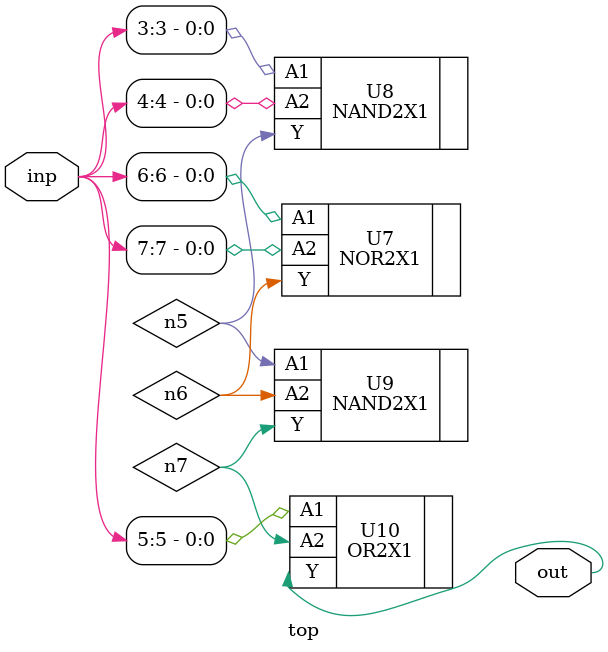
<source format=sv>


module top ( inp, out );
  input [7:0] inp;
  output out;
  wire   n5, n6, n7;

  NOR2X1 U7 ( .A1(inp[6]), .A2(inp[7]), .Y(n6) );
  NAND2X1 U8 ( .A1(inp[3]), .A2(inp[4]), .Y(n5) );
  NAND2X1 U9 ( .A1(n5), .A2(n6), .Y(n7) );
  OR2X1 U10 ( .A1(inp[5]), .A2(n7), .Y(out) );
endmodule


</source>
